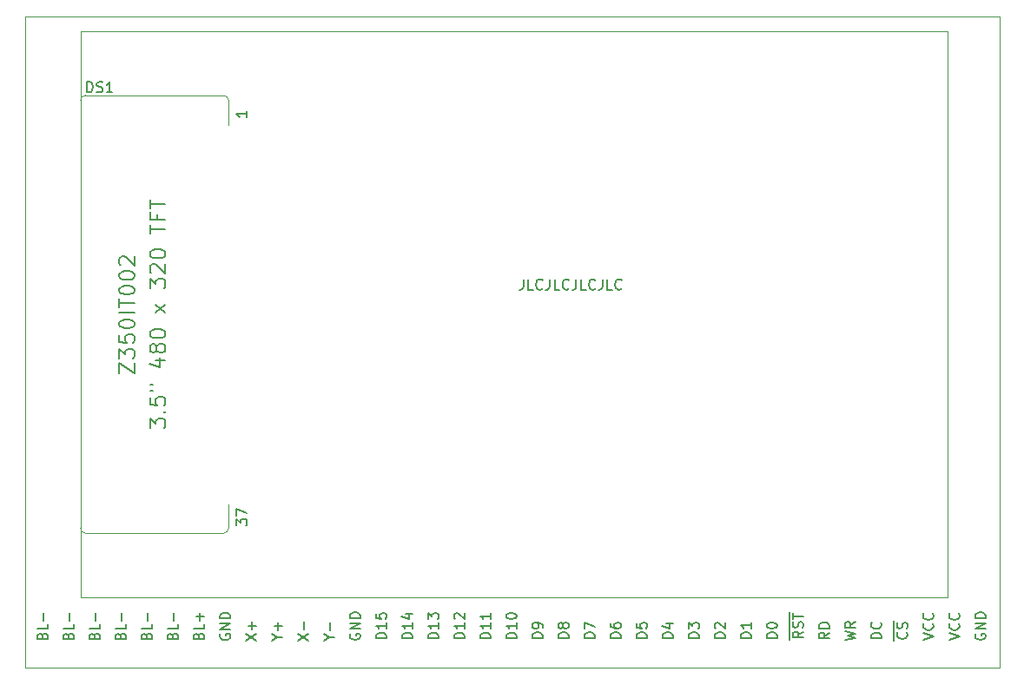
<source format=gbr>
G04 #@! TF.GenerationSoftware,KiCad,Pcbnew,(5.1.5)-3*
G04 #@! TF.CreationDate,2020-05-28T15:20:15-05:00*
G04 #@! TF.ProjectId,37P_TFT_Breakout,3337505f-5446-4545-9f42-7265616b6f75,rev?*
G04 #@! TF.SameCoordinates,Original*
G04 #@! TF.FileFunction,Legend,Top*
G04 #@! TF.FilePolarity,Positive*
%FSLAX46Y46*%
G04 Gerber Fmt 4.6, Leading zero omitted, Abs format (unit mm)*
G04 Created by KiCad (PCBNEW (5.1.5)-3) date 2020-05-28 15:20:15*
%MOMM*%
%LPD*%
G04 APERTURE LIST*
%ADD10C,0.150000*%
G04 #@! TA.AperFunction,Profile*
%ADD11C,0.120000*%
G04 #@! TD*
%ADD12C,0.120000*%
%ADD13C,0.152400*%
G04 APERTURE END LIST*
D10*
X104193971Y-130352380D02*
X104241590Y-130209523D01*
X104289209Y-130161904D01*
X104384447Y-130114285D01*
X104527304Y-130114285D01*
X104622542Y-130161904D01*
X104670161Y-130209523D01*
X104717780Y-130304761D01*
X104717780Y-130685714D01*
X103717780Y-130685714D01*
X103717780Y-130352380D01*
X103765400Y-130257142D01*
X103813019Y-130209523D01*
X103908257Y-130161904D01*
X104003495Y-130161904D01*
X104098733Y-130209523D01*
X104146352Y-130257142D01*
X104193971Y-130352380D01*
X104193971Y-130685714D01*
X104717780Y-129209523D02*
X104717780Y-129685714D01*
X103717780Y-129685714D01*
X104336828Y-128876190D02*
X104336828Y-128114285D01*
X121558100Y-130187304D02*
X121510480Y-130282542D01*
X121510480Y-130425400D01*
X121558100Y-130568257D01*
X121653338Y-130663495D01*
X121748576Y-130711114D01*
X121939052Y-130758733D01*
X122081909Y-130758733D01*
X122272385Y-130711114D01*
X122367623Y-130663495D01*
X122462861Y-130568257D01*
X122510480Y-130425400D01*
X122510480Y-130330161D01*
X122462861Y-130187304D01*
X122415242Y-130139685D01*
X122081909Y-130139685D01*
X122081909Y-130330161D01*
X122510480Y-129711114D02*
X121510480Y-129711114D01*
X122510480Y-129139685D01*
X121510480Y-129139685D01*
X122510480Y-128663495D02*
X121510480Y-128663495D01*
X121510480Y-128425400D01*
X121558100Y-128282542D01*
X121653338Y-128187304D01*
X121748576Y-128139685D01*
X121939052Y-128092066D01*
X122081909Y-128092066D01*
X122272385Y-128139685D01*
X122367623Y-128187304D01*
X122462861Y-128282542D01*
X122510480Y-128425400D01*
X122510480Y-128663495D01*
X158032380Y-130588095D02*
X157032380Y-130588095D01*
X157032380Y-130350000D01*
X157080000Y-130207142D01*
X157175238Y-130111904D01*
X157270476Y-130064285D01*
X157460952Y-130016666D01*
X157603809Y-130016666D01*
X157794285Y-130064285D01*
X157889523Y-130111904D01*
X157984761Y-130207142D01*
X158032380Y-130350000D01*
X158032380Y-130588095D01*
X157032380Y-129683333D02*
X157032380Y-129016666D01*
X158032380Y-129445238D01*
X155492380Y-130588095D02*
X154492380Y-130588095D01*
X154492380Y-130350000D01*
X154540000Y-130207142D01*
X154635238Y-130111904D01*
X154730476Y-130064285D01*
X154920952Y-130016666D01*
X155063809Y-130016666D01*
X155254285Y-130064285D01*
X155349523Y-130111904D01*
X155444761Y-130207142D01*
X155492380Y-130350000D01*
X155492380Y-130588095D01*
X154920952Y-129445238D02*
X154873333Y-129540476D01*
X154825714Y-129588095D01*
X154730476Y-129635714D01*
X154682857Y-129635714D01*
X154587619Y-129588095D01*
X154540000Y-129540476D01*
X154492380Y-129445238D01*
X154492380Y-129254761D01*
X154540000Y-129159523D01*
X154587619Y-129111904D01*
X154682857Y-129064285D01*
X154730476Y-129064285D01*
X154825714Y-129111904D01*
X154873333Y-129159523D01*
X154920952Y-129254761D01*
X154920952Y-129445238D01*
X154968571Y-129540476D01*
X155016190Y-129588095D01*
X155111428Y-129635714D01*
X155301904Y-129635714D01*
X155397142Y-129588095D01*
X155444761Y-129540476D01*
X155492380Y-129445238D01*
X155492380Y-129254761D01*
X155444761Y-129159523D01*
X155397142Y-129111904D01*
X155301904Y-129064285D01*
X155111428Y-129064285D01*
X155016190Y-129111904D01*
X154968571Y-129159523D01*
X154920952Y-129254761D01*
X127076190Y-130469047D02*
X127552380Y-130469047D01*
X126552380Y-130802380D02*
X127076190Y-130469047D01*
X126552380Y-130135714D01*
X127171428Y-129802380D02*
X127171428Y-129040476D01*
X127552380Y-129421428D02*
X126790476Y-129421428D01*
X106708571Y-130352380D02*
X106756190Y-130209523D01*
X106803809Y-130161904D01*
X106899047Y-130114285D01*
X107041904Y-130114285D01*
X107137142Y-130161904D01*
X107184761Y-130209523D01*
X107232380Y-130304761D01*
X107232380Y-130685714D01*
X106232380Y-130685714D01*
X106232380Y-130352380D01*
X106280000Y-130257142D01*
X106327619Y-130209523D01*
X106422857Y-130161904D01*
X106518095Y-130161904D01*
X106613333Y-130209523D01*
X106660952Y-130257142D01*
X106708571Y-130352380D01*
X106708571Y-130685714D01*
X107232380Y-129209523D02*
X107232380Y-129685714D01*
X106232380Y-129685714D01*
X106851428Y-128876190D02*
X106851428Y-128114285D01*
X114328571Y-130352380D02*
X114376190Y-130209523D01*
X114423809Y-130161904D01*
X114519047Y-130114285D01*
X114661904Y-130114285D01*
X114757142Y-130161904D01*
X114804761Y-130209523D01*
X114852380Y-130304761D01*
X114852380Y-130685714D01*
X113852380Y-130685714D01*
X113852380Y-130352380D01*
X113900000Y-130257142D01*
X113947619Y-130209523D01*
X114042857Y-130161904D01*
X114138095Y-130161904D01*
X114233333Y-130209523D01*
X114280952Y-130257142D01*
X114328571Y-130352380D01*
X114328571Y-130685714D01*
X114852380Y-129209523D02*
X114852380Y-129685714D01*
X113852380Y-129685714D01*
X114471428Y-128876190D02*
X114471428Y-128114285D01*
X173272380Y-130588095D02*
X172272380Y-130588095D01*
X172272380Y-130350000D01*
X172320000Y-130207142D01*
X172415238Y-130111904D01*
X172510476Y-130064285D01*
X172700952Y-130016666D01*
X172843809Y-130016666D01*
X173034285Y-130064285D01*
X173129523Y-130111904D01*
X173224761Y-130207142D01*
X173272380Y-130350000D01*
X173272380Y-130588095D01*
X173272380Y-129064285D02*
X173272380Y-129635714D01*
X173272380Y-129350000D02*
X172272380Y-129350000D01*
X172415238Y-129445238D01*
X172510476Y-129540476D01*
X172558095Y-129635714D01*
X175812380Y-130588095D02*
X174812380Y-130588095D01*
X174812380Y-130350000D01*
X174860000Y-130207142D01*
X174955238Y-130111904D01*
X175050476Y-130064285D01*
X175240952Y-130016666D01*
X175383809Y-130016666D01*
X175574285Y-130064285D01*
X175669523Y-130111904D01*
X175764761Y-130207142D01*
X175812380Y-130350000D01*
X175812380Y-130588095D01*
X174812380Y-129397619D02*
X174812380Y-129302380D01*
X174860000Y-129207142D01*
X174907619Y-129159523D01*
X175002857Y-129111904D01*
X175193333Y-129064285D01*
X175431428Y-129064285D01*
X175621904Y-129111904D01*
X175717142Y-129159523D01*
X175764761Y-129207142D01*
X175812380Y-129302380D01*
X175812380Y-129397619D01*
X175764761Y-129492857D01*
X175717142Y-129540476D01*
X175621904Y-129588095D01*
X175431428Y-129635714D01*
X175193333Y-129635714D01*
X175002857Y-129588095D01*
X174907619Y-129540476D01*
X174860000Y-129492857D01*
X174812380Y-129397619D01*
X119408571Y-130352380D02*
X119456190Y-130209523D01*
X119503809Y-130161904D01*
X119599047Y-130114285D01*
X119741904Y-130114285D01*
X119837142Y-130161904D01*
X119884761Y-130209523D01*
X119932380Y-130304761D01*
X119932380Y-130685714D01*
X118932380Y-130685714D01*
X118932380Y-130352380D01*
X118980000Y-130257142D01*
X119027619Y-130209523D01*
X119122857Y-130161904D01*
X119218095Y-130161904D01*
X119313333Y-130209523D01*
X119360952Y-130257142D01*
X119408571Y-130352380D01*
X119408571Y-130685714D01*
X119932380Y-129209523D02*
X119932380Y-129685714D01*
X118932380Y-129685714D01*
X119551428Y-128876190D02*
X119551428Y-128114285D01*
X119932380Y-128495238D02*
X119170476Y-128495238D01*
X190052380Y-130733333D02*
X191052380Y-130400000D01*
X190052380Y-130066666D01*
X190957142Y-129161904D02*
X191004761Y-129209523D01*
X191052380Y-129352380D01*
X191052380Y-129447619D01*
X191004761Y-129590476D01*
X190909523Y-129685714D01*
X190814285Y-129733333D01*
X190623809Y-129780952D01*
X190480952Y-129780952D01*
X190290476Y-129733333D01*
X190195238Y-129685714D01*
X190100000Y-129590476D01*
X190052380Y-129447619D01*
X190052380Y-129352380D01*
X190100000Y-129209523D01*
X190147619Y-129161904D01*
X190957142Y-128161904D02*
X191004761Y-128209523D01*
X191052380Y-128352380D01*
X191052380Y-128447619D01*
X191004761Y-128590476D01*
X190909523Y-128685714D01*
X190814285Y-128733333D01*
X190623809Y-128780952D01*
X190480952Y-128780952D01*
X190290476Y-128733333D01*
X190195238Y-128685714D01*
X190100000Y-128590476D01*
X190052380Y-128447619D01*
X190052380Y-128352380D01*
X190100000Y-128209523D01*
X190147619Y-128161904D01*
X163112380Y-130588095D02*
X162112380Y-130588095D01*
X162112380Y-130350000D01*
X162160000Y-130207142D01*
X162255238Y-130111904D01*
X162350476Y-130064285D01*
X162540952Y-130016666D01*
X162683809Y-130016666D01*
X162874285Y-130064285D01*
X162969523Y-130111904D01*
X163064761Y-130207142D01*
X163112380Y-130350000D01*
X163112380Y-130588095D01*
X162112380Y-129111904D02*
X162112380Y-129588095D01*
X162588571Y-129635714D01*
X162540952Y-129588095D01*
X162493333Y-129492857D01*
X162493333Y-129254761D01*
X162540952Y-129159523D01*
X162588571Y-129111904D01*
X162683809Y-129064285D01*
X162921904Y-129064285D01*
X163017142Y-129111904D01*
X163064761Y-129159523D01*
X163112380Y-129254761D01*
X163112380Y-129492857D01*
X163064761Y-129588095D01*
X163017142Y-129635714D01*
X187145000Y-130826190D02*
X187145000Y-129826190D01*
X188417142Y-130016666D02*
X188464761Y-130064285D01*
X188512380Y-130207142D01*
X188512380Y-130302380D01*
X188464761Y-130445238D01*
X188369523Y-130540476D01*
X188274285Y-130588095D01*
X188083809Y-130635714D01*
X187940952Y-130635714D01*
X187750476Y-130588095D01*
X187655238Y-130540476D01*
X187560000Y-130445238D01*
X187512380Y-130302380D01*
X187512380Y-130207142D01*
X187560000Y-130064285D01*
X187607619Y-130016666D01*
X187145000Y-129826190D02*
X187145000Y-128873809D01*
X188464761Y-129635714D02*
X188512380Y-129492857D01*
X188512380Y-129254761D01*
X188464761Y-129159523D01*
X188417142Y-129111904D01*
X188321904Y-129064285D01*
X188226666Y-129064285D01*
X188131428Y-129111904D01*
X188083809Y-129159523D01*
X188036190Y-129254761D01*
X187988571Y-129445238D01*
X187940952Y-129540476D01*
X187893333Y-129588095D01*
X187798095Y-129635714D01*
X187702857Y-129635714D01*
X187607619Y-129588095D01*
X187560000Y-129540476D01*
X187512380Y-129445238D01*
X187512380Y-129207142D01*
X187560000Y-129064285D01*
X132156190Y-130469047D02*
X132632380Y-130469047D01*
X131632380Y-130802380D02*
X132156190Y-130469047D01*
X131632380Y-130135714D01*
X132251428Y-129802380D02*
X132251428Y-129040476D01*
X116868571Y-130352380D02*
X116916190Y-130209523D01*
X116963809Y-130161904D01*
X117059047Y-130114285D01*
X117201904Y-130114285D01*
X117297142Y-130161904D01*
X117344761Y-130209523D01*
X117392380Y-130304761D01*
X117392380Y-130685714D01*
X116392380Y-130685714D01*
X116392380Y-130352380D01*
X116440000Y-130257142D01*
X116487619Y-130209523D01*
X116582857Y-130161904D01*
X116678095Y-130161904D01*
X116773333Y-130209523D01*
X116820952Y-130257142D01*
X116868571Y-130352380D01*
X116868571Y-130685714D01*
X117392380Y-129209523D02*
X117392380Y-129685714D01*
X116392380Y-129685714D01*
X117011428Y-128876190D02*
X117011428Y-128114285D01*
X185972380Y-130611904D02*
X184972380Y-130611904D01*
X184972380Y-130373809D01*
X185020000Y-130230952D01*
X185115238Y-130135714D01*
X185210476Y-130088095D01*
X185400952Y-130040476D01*
X185543809Y-130040476D01*
X185734285Y-130088095D01*
X185829523Y-130135714D01*
X185924761Y-130230952D01*
X185972380Y-130373809D01*
X185972380Y-130611904D01*
X185877142Y-129040476D02*
X185924761Y-129088095D01*
X185972380Y-129230952D01*
X185972380Y-129326190D01*
X185924761Y-129469047D01*
X185829523Y-129564285D01*
X185734285Y-129611904D01*
X185543809Y-129659523D01*
X185400952Y-129659523D01*
X185210476Y-129611904D01*
X185115238Y-129564285D01*
X185020000Y-129469047D01*
X184972380Y-129326190D01*
X184972380Y-129230952D01*
X185020000Y-129088095D01*
X185067619Y-129040476D01*
X182432380Y-130778571D02*
X183432380Y-130540476D01*
X182718095Y-130350000D01*
X183432380Y-130159523D01*
X182432380Y-129921428D01*
X183432380Y-128969047D02*
X182956190Y-129302380D01*
X183432380Y-129540476D02*
X182432380Y-129540476D01*
X182432380Y-129159523D01*
X182480000Y-129064285D01*
X182527619Y-129016666D01*
X182622857Y-128969047D01*
X182765714Y-128969047D01*
X182860952Y-129016666D01*
X182908571Y-129064285D01*
X182956190Y-129159523D01*
X182956190Y-129540476D01*
X147872380Y-130614285D02*
X146872380Y-130614285D01*
X146872380Y-130376190D01*
X146920000Y-130233333D01*
X147015238Y-130138095D01*
X147110476Y-130090476D01*
X147300952Y-130042857D01*
X147443809Y-130042857D01*
X147634285Y-130090476D01*
X147729523Y-130138095D01*
X147824761Y-130233333D01*
X147872380Y-130376190D01*
X147872380Y-130614285D01*
X147872380Y-129090476D02*
X147872380Y-129661904D01*
X147872380Y-129376190D02*
X146872380Y-129376190D01*
X147015238Y-129471428D01*
X147110476Y-129566666D01*
X147158095Y-129661904D01*
X147872380Y-128138095D02*
X147872380Y-128709523D01*
X147872380Y-128423809D02*
X146872380Y-128423809D01*
X147015238Y-128519047D01*
X147110476Y-128614285D01*
X147158095Y-128709523D01*
X111788571Y-130352380D02*
X111836190Y-130209523D01*
X111883809Y-130161904D01*
X111979047Y-130114285D01*
X112121904Y-130114285D01*
X112217142Y-130161904D01*
X112264761Y-130209523D01*
X112312380Y-130304761D01*
X112312380Y-130685714D01*
X111312380Y-130685714D01*
X111312380Y-130352380D01*
X111360000Y-130257142D01*
X111407619Y-130209523D01*
X111502857Y-130161904D01*
X111598095Y-130161904D01*
X111693333Y-130209523D01*
X111740952Y-130257142D01*
X111788571Y-130352380D01*
X111788571Y-130685714D01*
X112312380Y-129209523D02*
X112312380Y-129685714D01*
X111312380Y-129685714D01*
X111931428Y-128876190D02*
X111931428Y-128114285D01*
X137712380Y-130614285D02*
X136712380Y-130614285D01*
X136712380Y-130376190D01*
X136760000Y-130233333D01*
X136855238Y-130138095D01*
X136950476Y-130090476D01*
X137140952Y-130042857D01*
X137283809Y-130042857D01*
X137474285Y-130090476D01*
X137569523Y-130138095D01*
X137664761Y-130233333D01*
X137712380Y-130376190D01*
X137712380Y-130614285D01*
X137712380Y-129090476D02*
X137712380Y-129661904D01*
X137712380Y-129376190D02*
X136712380Y-129376190D01*
X136855238Y-129471428D01*
X136950476Y-129566666D01*
X136998095Y-129661904D01*
X136712380Y-128185714D02*
X136712380Y-128661904D01*
X137188571Y-128709523D01*
X137140952Y-128661904D01*
X137093333Y-128566666D01*
X137093333Y-128328571D01*
X137140952Y-128233333D01*
X137188571Y-128185714D01*
X137283809Y-128138095D01*
X137521904Y-128138095D01*
X137617142Y-128185714D01*
X137664761Y-128233333D01*
X137712380Y-128328571D01*
X137712380Y-128566666D01*
X137664761Y-128661904D01*
X137617142Y-128709523D01*
X142792380Y-130614285D02*
X141792380Y-130614285D01*
X141792380Y-130376190D01*
X141840000Y-130233333D01*
X141935238Y-130138095D01*
X142030476Y-130090476D01*
X142220952Y-130042857D01*
X142363809Y-130042857D01*
X142554285Y-130090476D01*
X142649523Y-130138095D01*
X142744761Y-130233333D01*
X142792380Y-130376190D01*
X142792380Y-130614285D01*
X142792380Y-129090476D02*
X142792380Y-129661904D01*
X142792380Y-129376190D02*
X141792380Y-129376190D01*
X141935238Y-129471428D01*
X142030476Y-129566666D01*
X142078095Y-129661904D01*
X141792380Y-128757142D02*
X141792380Y-128138095D01*
X142173333Y-128471428D01*
X142173333Y-128328571D01*
X142220952Y-128233333D01*
X142268571Y-128185714D01*
X142363809Y-128138095D01*
X142601904Y-128138095D01*
X142697142Y-128185714D01*
X142744761Y-128233333D01*
X142792380Y-128328571D01*
X142792380Y-128614285D01*
X142744761Y-128709523D01*
X142697142Y-128757142D01*
X165652380Y-130588095D02*
X164652380Y-130588095D01*
X164652380Y-130350000D01*
X164700000Y-130207142D01*
X164795238Y-130111904D01*
X164890476Y-130064285D01*
X165080952Y-130016666D01*
X165223809Y-130016666D01*
X165414285Y-130064285D01*
X165509523Y-130111904D01*
X165604761Y-130207142D01*
X165652380Y-130350000D01*
X165652380Y-130588095D01*
X164985714Y-129159523D02*
X165652380Y-129159523D01*
X164604761Y-129397619D02*
X165319047Y-129635714D01*
X165319047Y-129016666D01*
X192592380Y-130733333D02*
X193592380Y-130400000D01*
X192592380Y-130066666D01*
X193497142Y-129161904D02*
X193544761Y-129209523D01*
X193592380Y-129352380D01*
X193592380Y-129447619D01*
X193544761Y-129590476D01*
X193449523Y-129685714D01*
X193354285Y-129733333D01*
X193163809Y-129780952D01*
X193020952Y-129780952D01*
X192830476Y-129733333D01*
X192735238Y-129685714D01*
X192640000Y-129590476D01*
X192592380Y-129447619D01*
X192592380Y-129352380D01*
X192640000Y-129209523D01*
X192687619Y-129161904D01*
X193497142Y-128161904D02*
X193544761Y-128209523D01*
X193592380Y-128352380D01*
X193592380Y-128447619D01*
X193544761Y-128590476D01*
X193449523Y-128685714D01*
X193354285Y-128733333D01*
X193163809Y-128780952D01*
X193020952Y-128780952D01*
X192830476Y-128733333D01*
X192735238Y-128685714D01*
X192640000Y-128590476D01*
X192592380Y-128447619D01*
X192592380Y-128352380D01*
X192640000Y-128209523D01*
X192687619Y-128161904D01*
X168192380Y-130588095D02*
X167192380Y-130588095D01*
X167192380Y-130350000D01*
X167240000Y-130207142D01*
X167335238Y-130111904D01*
X167430476Y-130064285D01*
X167620952Y-130016666D01*
X167763809Y-130016666D01*
X167954285Y-130064285D01*
X168049523Y-130111904D01*
X168144761Y-130207142D01*
X168192380Y-130350000D01*
X168192380Y-130588095D01*
X167192380Y-129683333D02*
X167192380Y-129064285D01*
X167573333Y-129397619D01*
X167573333Y-129254761D01*
X167620952Y-129159523D01*
X167668571Y-129111904D01*
X167763809Y-129064285D01*
X168001904Y-129064285D01*
X168097142Y-129111904D01*
X168144761Y-129159523D01*
X168192380Y-129254761D01*
X168192380Y-129540476D01*
X168144761Y-129635714D01*
X168097142Y-129683333D01*
X129092380Y-130802380D02*
X130092380Y-130135714D01*
X129092380Y-130135714D02*
X130092380Y-130802380D01*
X129711428Y-129754761D02*
X129711428Y-128992857D01*
X152952380Y-130588095D02*
X151952380Y-130588095D01*
X151952380Y-130350000D01*
X152000000Y-130207142D01*
X152095238Y-130111904D01*
X152190476Y-130064285D01*
X152380952Y-130016666D01*
X152523809Y-130016666D01*
X152714285Y-130064285D01*
X152809523Y-130111904D01*
X152904761Y-130207142D01*
X152952380Y-130350000D01*
X152952380Y-130588095D01*
X152952380Y-129540476D02*
X152952380Y-129350000D01*
X152904761Y-129254761D01*
X152857142Y-129207142D01*
X152714285Y-129111904D01*
X152523809Y-129064285D01*
X152142857Y-129064285D01*
X152047619Y-129111904D01*
X152000000Y-129159523D01*
X151952380Y-129254761D01*
X151952380Y-129445238D01*
X152000000Y-129540476D01*
X152047619Y-129588095D01*
X152142857Y-129635714D01*
X152380952Y-129635714D01*
X152476190Y-129588095D01*
X152523809Y-129540476D01*
X152571428Y-129445238D01*
X152571428Y-129254761D01*
X152523809Y-129159523D01*
X152476190Y-129111904D01*
X152380952Y-129064285D01*
X140252380Y-130614285D02*
X139252380Y-130614285D01*
X139252380Y-130376190D01*
X139300000Y-130233333D01*
X139395238Y-130138095D01*
X139490476Y-130090476D01*
X139680952Y-130042857D01*
X139823809Y-130042857D01*
X140014285Y-130090476D01*
X140109523Y-130138095D01*
X140204761Y-130233333D01*
X140252380Y-130376190D01*
X140252380Y-130614285D01*
X140252380Y-129090476D02*
X140252380Y-129661904D01*
X140252380Y-129376190D02*
X139252380Y-129376190D01*
X139395238Y-129471428D01*
X139490476Y-129566666D01*
X139538095Y-129661904D01*
X139585714Y-128233333D02*
X140252380Y-128233333D01*
X139204761Y-128471428D02*
X139919047Y-128709523D01*
X139919047Y-128090476D01*
X170732380Y-130588095D02*
X169732380Y-130588095D01*
X169732380Y-130350000D01*
X169780000Y-130207142D01*
X169875238Y-130111904D01*
X169970476Y-130064285D01*
X170160952Y-130016666D01*
X170303809Y-130016666D01*
X170494285Y-130064285D01*
X170589523Y-130111904D01*
X170684761Y-130207142D01*
X170732380Y-130350000D01*
X170732380Y-130588095D01*
X169827619Y-129635714D02*
X169780000Y-129588095D01*
X169732380Y-129492857D01*
X169732380Y-129254761D01*
X169780000Y-129159523D01*
X169827619Y-129111904D01*
X169922857Y-129064285D01*
X170018095Y-129064285D01*
X170160952Y-129111904D01*
X170732380Y-129683333D01*
X170732380Y-129064285D01*
X134220000Y-130161904D02*
X134172380Y-130257142D01*
X134172380Y-130400000D01*
X134220000Y-130542857D01*
X134315238Y-130638095D01*
X134410476Y-130685714D01*
X134600952Y-130733333D01*
X134743809Y-130733333D01*
X134934285Y-130685714D01*
X135029523Y-130638095D01*
X135124761Y-130542857D01*
X135172380Y-130400000D01*
X135172380Y-130304761D01*
X135124761Y-130161904D01*
X135077142Y-130114285D01*
X134743809Y-130114285D01*
X134743809Y-130304761D01*
X135172380Y-129685714D02*
X134172380Y-129685714D01*
X135172380Y-129114285D01*
X134172380Y-129114285D01*
X135172380Y-128638095D02*
X134172380Y-128638095D01*
X134172380Y-128400000D01*
X134220000Y-128257142D01*
X134315238Y-128161904D01*
X134410476Y-128114285D01*
X134600952Y-128066666D01*
X134743809Y-128066666D01*
X134934285Y-128114285D01*
X135029523Y-128161904D01*
X135124761Y-128257142D01*
X135172380Y-128400000D01*
X135172380Y-128638095D01*
X160572380Y-130588095D02*
X159572380Y-130588095D01*
X159572380Y-130350000D01*
X159620000Y-130207142D01*
X159715238Y-130111904D01*
X159810476Y-130064285D01*
X160000952Y-130016666D01*
X160143809Y-130016666D01*
X160334285Y-130064285D01*
X160429523Y-130111904D01*
X160524761Y-130207142D01*
X160572380Y-130350000D01*
X160572380Y-130588095D01*
X159572380Y-129159523D02*
X159572380Y-129350000D01*
X159620000Y-129445238D01*
X159667619Y-129492857D01*
X159810476Y-129588095D01*
X160000952Y-129635714D01*
X160381904Y-129635714D01*
X160477142Y-129588095D01*
X160524761Y-129540476D01*
X160572380Y-129445238D01*
X160572380Y-129254761D01*
X160524761Y-129159523D01*
X160477142Y-129111904D01*
X160381904Y-129064285D01*
X160143809Y-129064285D01*
X160048571Y-129111904D01*
X160000952Y-129159523D01*
X159953333Y-129254761D01*
X159953333Y-129445238D01*
X160000952Y-129540476D01*
X160048571Y-129588095D01*
X160143809Y-129635714D01*
X195180000Y-130161904D02*
X195132380Y-130257142D01*
X195132380Y-130400000D01*
X195180000Y-130542857D01*
X195275238Y-130638095D01*
X195370476Y-130685714D01*
X195560952Y-130733333D01*
X195703809Y-130733333D01*
X195894285Y-130685714D01*
X195989523Y-130638095D01*
X196084761Y-130542857D01*
X196132380Y-130400000D01*
X196132380Y-130304761D01*
X196084761Y-130161904D01*
X196037142Y-130114285D01*
X195703809Y-130114285D01*
X195703809Y-130304761D01*
X196132380Y-129685714D02*
X195132380Y-129685714D01*
X196132380Y-129114285D01*
X195132380Y-129114285D01*
X196132380Y-128638095D02*
X195132380Y-128638095D01*
X195132380Y-128400000D01*
X195180000Y-128257142D01*
X195275238Y-128161904D01*
X195370476Y-128114285D01*
X195560952Y-128066666D01*
X195703809Y-128066666D01*
X195894285Y-128114285D01*
X195989523Y-128161904D01*
X196084761Y-128257142D01*
X196132380Y-128400000D01*
X196132380Y-128638095D01*
X124012380Y-130802380D02*
X125012380Y-130135714D01*
X124012380Y-130135714D02*
X125012380Y-130802380D01*
X124631428Y-129754761D02*
X124631428Y-128992857D01*
X125012380Y-129373809D02*
X124250476Y-129373809D01*
X180892380Y-130040476D02*
X180416190Y-130373809D01*
X180892380Y-130611904D02*
X179892380Y-130611904D01*
X179892380Y-130230952D01*
X179940000Y-130135714D01*
X179987619Y-130088095D01*
X180082857Y-130040476D01*
X180225714Y-130040476D01*
X180320952Y-130088095D01*
X180368571Y-130135714D01*
X180416190Y-130230952D01*
X180416190Y-130611904D01*
X180892380Y-129611904D02*
X179892380Y-129611904D01*
X179892380Y-129373809D01*
X179940000Y-129230952D01*
X180035238Y-129135714D01*
X180130476Y-129088095D01*
X180320952Y-129040476D01*
X180463809Y-129040476D01*
X180654285Y-129088095D01*
X180749523Y-129135714D01*
X180844761Y-129230952D01*
X180892380Y-129373809D01*
X180892380Y-129611904D01*
X176985000Y-130757142D02*
X176985000Y-129757142D01*
X178352380Y-129947619D02*
X177876190Y-130280952D01*
X178352380Y-130519047D02*
X177352380Y-130519047D01*
X177352380Y-130138095D01*
X177400000Y-130042857D01*
X177447619Y-129995238D01*
X177542857Y-129947619D01*
X177685714Y-129947619D01*
X177780952Y-129995238D01*
X177828571Y-130042857D01*
X177876190Y-130138095D01*
X177876190Y-130519047D01*
X176985000Y-129757142D02*
X176985000Y-128804761D01*
X178304761Y-129566666D02*
X178352380Y-129423809D01*
X178352380Y-129185714D01*
X178304761Y-129090476D01*
X178257142Y-129042857D01*
X178161904Y-128995238D01*
X178066666Y-128995238D01*
X177971428Y-129042857D01*
X177923809Y-129090476D01*
X177876190Y-129185714D01*
X177828571Y-129376190D01*
X177780952Y-129471428D01*
X177733333Y-129519047D01*
X177638095Y-129566666D01*
X177542857Y-129566666D01*
X177447619Y-129519047D01*
X177400000Y-129471428D01*
X177352380Y-129376190D01*
X177352380Y-129138095D01*
X177400000Y-128995238D01*
X176985000Y-128804761D02*
X176985000Y-128042857D01*
X177352380Y-128709523D02*
X177352380Y-128138095D01*
X178352380Y-128423809D02*
X177352380Y-128423809D01*
X145332380Y-130614285D02*
X144332380Y-130614285D01*
X144332380Y-130376190D01*
X144380000Y-130233333D01*
X144475238Y-130138095D01*
X144570476Y-130090476D01*
X144760952Y-130042857D01*
X144903809Y-130042857D01*
X145094285Y-130090476D01*
X145189523Y-130138095D01*
X145284761Y-130233333D01*
X145332380Y-130376190D01*
X145332380Y-130614285D01*
X145332380Y-129090476D02*
X145332380Y-129661904D01*
X145332380Y-129376190D02*
X144332380Y-129376190D01*
X144475238Y-129471428D01*
X144570476Y-129566666D01*
X144618095Y-129661904D01*
X144427619Y-128709523D02*
X144380000Y-128661904D01*
X144332380Y-128566666D01*
X144332380Y-128328571D01*
X144380000Y-128233333D01*
X144427619Y-128185714D01*
X144522857Y-128138095D01*
X144618095Y-128138095D01*
X144760952Y-128185714D01*
X145332380Y-128757142D01*
X145332380Y-128138095D01*
X109248571Y-130352380D02*
X109296190Y-130209523D01*
X109343809Y-130161904D01*
X109439047Y-130114285D01*
X109581904Y-130114285D01*
X109677142Y-130161904D01*
X109724761Y-130209523D01*
X109772380Y-130304761D01*
X109772380Y-130685714D01*
X108772380Y-130685714D01*
X108772380Y-130352380D01*
X108820000Y-130257142D01*
X108867619Y-130209523D01*
X108962857Y-130161904D01*
X109058095Y-130161904D01*
X109153333Y-130209523D01*
X109200952Y-130257142D01*
X109248571Y-130352380D01*
X109248571Y-130685714D01*
X109772380Y-129209523D02*
X109772380Y-129685714D01*
X108772380Y-129685714D01*
X109391428Y-128876190D02*
X109391428Y-128114285D01*
X150412380Y-130614285D02*
X149412380Y-130614285D01*
X149412380Y-130376190D01*
X149460000Y-130233333D01*
X149555238Y-130138095D01*
X149650476Y-130090476D01*
X149840952Y-130042857D01*
X149983809Y-130042857D01*
X150174285Y-130090476D01*
X150269523Y-130138095D01*
X150364761Y-130233333D01*
X150412380Y-130376190D01*
X150412380Y-130614285D01*
X150412380Y-129090476D02*
X150412380Y-129661904D01*
X150412380Y-129376190D02*
X149412380Y-129376190D01*
X149555238Y-129471428D01*
X149650476Y-129566666D01*
X149698095Y-129661904D01*
X149412380Y-128471428D02*
X149412380Y-128376190D01*
X149460000Y-128280952D01*
X149507619Y-128233333D01*
X149602857Y-128185714D01*
X149793333Y-128138095D01*
X150031428Y-128138095D01*
X150221904Y-128185714D01*
X150317142Y-128233333D01*
X150364761Y-128280952D01*
X150412380Y-128376190D01*
X150412380Y-128471428D01*
X150364761Y-128566666D01*
X150317142Y-128614285D01*
X150221904Y-128661904D01*
X150031428Y-128709523D01*
X149793333Y-128709523D01*
X149602857Y-128661904D01*
X149507619Y-128614285D01*
X149460000Y-128566666D01*
X149412380Y-128471428D01*
X151082952Y-95591380D02*
X151082952Y-96305666D01*
X151035333Y-96448523D01*
X150940095Y-96543761D01*
X150797238Y-96591380D01*
X150702000Y-96591380D01*
X152035333Y-96591380D02*
X151559142Y-96591380D01*
X151559142Y-95591380D01*
X152940095Y-96496142D02*
X152892476Y-96543761D01*
X152749619Y-96591380D01*
X152654380Y-96591380D01*
X152511523Y-96543761D01*
X152416285Y-96448523D01*
X152368666Y-96353285D01*
X152321047Y-96162809D01*
X152321047Y-96019952D01*
X152368666Y-95829476D01*
X152416285Y-95734238D01*
X152511523Y-95639000D01*
X152654380Y-95591380D01*
X152749619Y-95591380D01*
X152892476Y-95639000D01*
X152940095Y-95686619D01*
X153654380Y-95591380D02*
X153654380Y-96305666D01*
X153606761Y-96448523D01*
X153511523Y-96543761D01*
X153368666Y-96591380D01*
X153273428Y-96591380D01*
X154606761Y-96591380D02*
X154130571Y-96591380D01*
X154130571Y-95591380D01*
X155511523Y-96496142D02*
X155463904Y-96543761D01*
X155321047Y-96591380D01*
X155225809Y-96591380D01*
X155082952Y-96543761D01*
X154987714Y-96448523D01*
X154940095Y-96353285D01*
X154892476Y-96162809D01*
X154892476Y-96019952D01*
X154940095Y-95829476D01*
X154987714Y-95734238D01*
X155082952Y-95639000D01*
X155225809Y-95591380D01*
X155321047Y-95591380D01*
X155463904Y-95639000D01*
X155511523Y-95686619D01*
X156225809Y-95591380D02*
X156225809Y-96305666D01*
X156178190Y-96448523D01*
X156082952Y-96543761D01*
X155940095Y-96591380D01*
X155844857Y-96591380D01*
X157178190Y-96591380D02*
X156702000Y-96591380D01*
X156702000Y-95591380D01*
X158082952Y-96496142D02*
X158035333Y-96543761D01*
X157892476Y-96591380D01*
X157797238Y-96591380D01*
X157654380Y-96543761D01*
X157559142Y-96448523D01*
X157511523Y-96353285D01*
X157463904Y-96162809D01*
X157463904Y-96019952D01*
X157511523Y-95829476D01*
X157559142Y-95734238D01*
X157654380Y-95639000D01*
X157797238Y-95591380D01*
X157892476Y-95591380D01*
X158035333Y-95639000D01*
X158082952Y-95686619D01*
X158797238Y-95591380D02*
X158797238Y-96305666D01*
X158749619Y-96448523D01*
X158654380Y-96543761D01*
X158511523Y-96591380D01*
X158416285Y-96591380D01*
X159749619Y-96591380D02*
X159273428Y-96591380D01*
X159273428Y-95591380D01*
X160654380Y-96496142D02*
X160606761Y-96543761D01*
X160463904Y-96591380D01*
X160368666Y-96591380D01*
X160225809Y-96543761D01*
X160130571Y-96448523D01*
X160082952Y-96353285D01*
X160035333Y-96162809D01*
X160035333Y-96019952D01*
X160082952Y-95829476D01*
X160130571Y-95734238D01*
X160225809Y-95639000D01*
X160368666Y-95591380D01*
X160463904Y-95591380D01*
X160606761Y-95639000D01*
X160654380Y-95686619D01*
D11*
X197500000Y-70000000D02*
X197500000Y-133500000D01*
X102500000Y-70000000D02*
X197500000Y-70000000D01*
X102500000Y-133500000D02*
X102500000Y-70000000D01*
X102500000Y-133500000D02*
X197500000Y-133500000D01*
D12*
G04 #@! TO.C,DS1*
X122350000Y-119840000D02*
X122350000Y-117500000D01*
X122350000Y-78160000D02*
X122350000Y-80500000D01*
X108400000Y-120340000D02*
G75*
G02X107900000Y-119840000I0J500000D01*
G01*
X121850000Y-77660000D02*
X108400000Y-77660000D01*
X121850000Y-120340000D02*
X108400000Y-120340000D01*
X192420000Y-126630000D02*
X192420000Y-71370000D01*
X107900000Y-71370000D02*
X107900000Y-126630000D01*
X192420000Y-126630000D02*
X107900000Y-126630000D01*
X192420000Y-71370000D02*
X107900000Y-71370000D01*
X122350000Y-119840000D02*
G75*
G02X121850000Y-120340000I-500000J0D01*
G01*
X122350000Y-78160000D02*
G75*
G03X121850000Y-77660000I-500000J0D01*
G01*
X107900000Y-78160000D02*
G75*
G02X108400000Y-77660000I500000J0D01*
G01*
G04 #@! TD*
G04 #@! TO.C,DS1*
D10*
X108545714Y-77332380D02*
X108545714Y-76332380D01*
X108783809Y-76332380D01*
X108926666Y-76380000D01*
X109021904Y-76475238D01*
X109069523Y-76570476D01*
X109117142Y-76760952D01*
X109117142Y-76903809D01*
X109069523Y-77094285D01*
X109021904Y-77189523D01*
X108926666Y-77284761D01*
X108783809Y-77332380D01*
X108545714Y-77332380D01*
X109498095Y-77284761D02*
X109640952Y-77332380D01*
X109879047Y-77332380D01*
X109974285Y-77284761D01*
X110021904Y-77237142D01*
X110069523Y-77141904D01*
X110069523Y-77046666D01*
X110021904Y-76951428D01*
X109974285Y-76903809D01*
X109879047Y-76856190D01*
X109688571Y-76808571D01*
X109593333Y-76760952D01*
X109545714Y-76713333D01*
X109498095Y-76618095D01*
X109498095Y-76522857D01*
X109545714Y-76427619D01*
X109593333Y-76380000D01*
X109688571Y-76332380D01*
X109926666Y-76332380D01*
X110069523Y-76380000D01*
X111021904Y-77332380D02*
X110450476Y-77332380D01*
X110736190Y-77332380D02*
X110736190Y-76332380D01*
X110640952Y-76475238D01*
X110545714Y-76570476D01*
X110450476Y-76618095D01*
D13*
X124122380Y-79194285D02*
X124122380Y-79765714D01*
X124122380Y-79480000D02*
X123122380Y-79480000D01*
X123265238Y-79575238D01*
X123360476Y-79670476D01*
X123408095Y-79765714D01*
X123122380Y-119589523D02*
X123122380Y-118970476D01*
X123503333Y-119303809D01*
X123503333Y-119160952D01*
X123550952Y-119065714D01*
X123598571Y-119018095D01*
X123693809Y-118970476D01*
X123931904Y-118970476D01*
X124027142Y-119018095D01*
X124074761Y-119065714D01*
X124122380Y-119160952D01*
X124122380Y-119446666D01*
X124074761Y-119541904D01*
X124027142Y-119589523D01*
X123122380Y-118637142D02*
X123122380Y-117970476D01*
X124122380Y-118399047D01*
X111678571Y-104714285D02*
X111678571Y-103714285D01*
X113178571Y-104714285D01*
X113178571Y-103714285D01*
X111678571Y-103285714D02*
X111678571Y-102357142D01*
X112250000Y-102857142D01*
X112250000Y-102642857D01*
X112321428Y-102500000D01*
X112392857Y-102428571D01*
X112535714Y-102357142D01*
X112892857Y-102357142D01*
X113035714Y-102428571D01*
X113107142Y-102500000D01*
X113178571Y-102642857D01*
X113178571Y-103071428D01*
X113107142Y-103214285D01*
X113035714Y-103285714D01*
X111678571Y-101000000D02*
X111678571Y-101714285D01*
X112392857Y-101785714D01*
X112321428Y-101714285D01*
X112250000Y-101571428D01*
X112250000Y-101214285D01*
X112321428Y-101071428D01*
X112392857Y-101000000D01*
X112535714Y-100928571D01*
X112892857Y-100928571D01*
X113035714Y-101000000D01*
X113107142Y-101071428D01*
X113178571Y-101214285D01*
X113178571Y-101571428D01*
X113107142Y-101714285D01*
X113035714Y-101785714D01*
X111678571Y-100000000D02*
X111678571Y-99857142D01*
X111750000Y-99714285D01*
X111821428Y-99642857D01*
X111964285Y-99571428D01*
X112250000Y-99500000D01*
X112607142Y-99500000D01*
X112892857Y-99571428D01*
X113035714Y-99642857D01*
X113107142Y-99714285D01*
X113178571Y-99857142D01*
X113178571Y-100000000D01*
X113107142Y-100142857D01*
X113035714Y-100214285D01*
X112892857Y-100285714D01*
X112607142Y-100357142D01*
X112250000Y-100357142D01*
X111964285Y-100285714D01*
X111821428Y-100214285D01*
X111750000Y-100142857D01*
X111678571Y-100000000D01*
X113178571Y-98857142D02*
X111678571Y-98857142D01*
X111678571Y-98357142D02*
X111678571Y-97500000D01*
X113178571Y-97928571D02*
X111678571Y-97928571D01*
X111678571Y-96714285D02*
X111678571Y-96571428D01*
X111750000Y-96428571D01*
X111821428Y-96357142D01*
X111964285Y-96285714D01*
X112250000Y-96214285D01*
X112607142Y-96214285D01*
X112892857Y-96285714D01*
X113035714Y-96357142D01*
X113107142Y-96428571D01*
X113178571Y-96571428D01*
X113178571Y-96714285D01*
X113107142Y-96857142D01*
X113035714Y-96928571D01*
X112892857Y-97000000D01*
X112607142Y-97071428D01*
X112250000Y-97071428D01*
X111964285Y-97000000D01*
X111821428Y-96928571D01*
X111750000Y-96857142D01*
X111678571Y-96714285D01*
X111678571Y-95285714D02*
X111678571Y-95142857D01*
X111750000Y-95000000D01*
X111821428Y-94928571D01*
X111964285Y-94857142D01*
X112250000Y-94785714D01*
X112607142Y-94785714D01*
X112892857Y-94857142D01*
X113035714Y-94928571D01*
X113107142Y-95000000D01*
X113178571Y-95142857D01*
X113178571Y-95285714D01*
X113107142Y-95428571D01*
X113035714Y-95500000D01*
X112892857Y-95571428D01*
X112607142Y-95642857D01*
X112250000Y-95642857D01*
X111964285Y-95571428D01*
X111821428Y-95500000D01*
X111750000Y-95428571D01*
X111678571Y-95285714D01*
X111821428Y-94214285D02*
X111750000Y-94142857D01*
X111678571Y-94000000D01*
X111678571Y-93642857D01*
X111750000Y-93500000D01*
X111821428Y-93428571D01*
X111964285Y-93357142D01*
X112107142Y-93357142D01*
X112321428Y-93428571D01*
X113178571Y-94285714D01*
X113178571Y-93357142D01*
X114678571Y-110107142D02*
X114678571Y-109178571D01*
X115250000Y-109678571D01*
X115250000Y-109464285D01*
X115321428Y-109321428D01*
X115392857Y-109250000D01*
X115535714Y-109178571D01*
X115892857Y-109178571D01*
X116035714Y-109250000D01*
X116107142Y-109321428D01*
X116178571Y-109464285D01*
X116178571Y-109892857D01*
X116107142Y-110035714D01*
X116035714Y-110107142D01*
X116035714Y-108535714D02*
X116107142Y-108464285D01*
X116178571Y-108535714D01*
X116107142Y-108607142D01*
X116035714Y-108535714D01*
X116178571Y-108535714D01*
X114678571Y-107107142D02*
X114678571Y-107821428D01*
X115392857Y-107892857D01*
X115321428Y-107821428D01*
X115250000Y-107678571D01*
X115250000Y-107321428D01*
X115321428Y-107178571D01*
X115392857Y-107107142D01*
X115535714Y-107035714D01*
X115892857Y-107035714D01*
X116035714Y-107107142D01*
X116107142Y-107178571D01*
X116178571Y-107321428D01*
X116178571Y-107678571D01*
X116107142Y-107821428D01*
X116035714Y-107892857D01*
X114678571Y-106464285D02*
X114964285Y-106464285D01*
X114678571Y-105892857D02*
X114964285Y-105892857D01*
X115178571Y-103464285D02*
X116178571Y-103464285D01*
X114607142Y-103821428D02*
X115678571Y-104178571D01*
X115678571Y-103250000D01*
X115321428Y-102464285D02*
X115250000Y-102607142D01*
X115178571Y-102678571D01*
X115035714Y-102750000D01*
X114964285Y-102750000D01*
X114821428Y-102678571D01*
X114750000Y-102607142D01*
X114678571Y-102464285D01*
X114678571Y-102178571D01*
X114750000Y-102035714D01*
X114821428Y-101964285D01*
X114964285Y-101892857D01*
X115035714Y-101892857D01*
X115178571Y-101964285D01*
X115250000Y-102035714D01*
X115321428Y-102178571D01*
X115321428Y-102464285D01*
X115392857Y-102607142D01*
X115464285Y-102678571D01*
X115607142Y-102750000D01*
X115892857Y-102750000D01*
X116035714Y-102678571D01*
X116107142Y-102607142D01*
X116178571Y-102464285D01*
X116178571Y-102178571D01*
X116107142Y-102035714D01*
X116035714Y-101964285D01*
X115892857Y-101892857D01*
X115607142Y-101892857D01*
X115464285Y-101964285D01*
X115392857Y-102035714D01*
X115321428Y-102178571D01*
X114678571Y-100964285D02*
X114678571Y-100821428D01*
X114750000Y-100678571D01*
X114821428Y-100607142D01*
X114964285Y-100535714D01*
X115250000Y-100464285D01*
X115607142Y-100464285D01*
X115892857Y-100535714D01*
X116035714Y-100607142D01*
X116107142Y-100678571D01*
X116178571Y-100821428D01*
X116178571Y-100964285D01*
X116107142Y-101107142D01*
X116035714Y-101178571D01*
X115892857Y-101250000D01*
X115607142Y-101321428D01*
X115250000Y-101321428D01*
X114964285Y-101250000D01*
X114821428Y-101178571D01*
X114750000Y-101107142D01*
X114678571Y-100964285D01*
X116178571Y-98821428D02*
X115178571Y-98035714D01*
X115178571Y-98821428D02*
X116178571Y-98035714D01*
X114678571Y-96464285D02*
X114678571Y-95535714D01*
X115250000Y-96035714D01*
X115250000Y-95821428D01*
X115321428Y-95678571D01*
X115392857Y-95607142D01*
X115535714Y-95535714D01*
X115892857Y-95535714D01*
X116035714Y-95607142D01*
X116107142Y-95678571D01*
X116178571Y-95821428D01*
X116178571Y-96250000D01*
X116107142Y-96392857D01*
X116035714Y-96464285D01*
X114821428Y-94964285D02*
X114750000Y-94892857D01*
X114678571Y-94750000D01*
X114678571Y-94392857D01*
X114750000Y-94250000D01*
X114821428Y-94178571D01*
X114964285Y-94107142D01*
X115107142Y-94107142D01*
X115321428Y-94178571D01*
X116178571Y-95035714D01*
X116178571Y-94107142D01*
X114678571Y-93178571D02*
X114678571Y-93035714D01*
X114750000Y-92892857D01*
X114821428Y-92821428D01*
X114964285Y-92750000D01*
X115250000Y-92678571D01*
X115607142Y-92678571D01*
X115892857Y-92750000D01*
X116035714Y-92821428D01*
X116107142Y-92892857D01*
X116178571Y-93035714D01*
X116178571Y-93178571D01*
X116107142Y-93321428D01*
X116035714Y-93392857D01*
X115892857Y-93464285D01*
X115607142Y-93535714D01*
X115250000Y-93535714D01*
X114964285Y-93464285D01*
X114821428Y-93392857D01*
X114750000Y-93321428D01*
X114678571Y-93178571D01*
X114678571Y-91107142D02*
X114678571Y-90250000D01*
X116178571Y-90678571D02*
X114678571Y-90678571D01*
X115392857Y-89250000D02*
X115392857Y-89750000D01*
X116178571Y-89750000D02*
X114678571Y-89750000D01*
X114678571Y-89035714D01*
X114678571Y-88678571D02*
X114678571Y-87821428D01*
X116178571Y-88250000D02*
X114678571Y-88250000D01*
G04 #@! TD*
M02*

</source>
